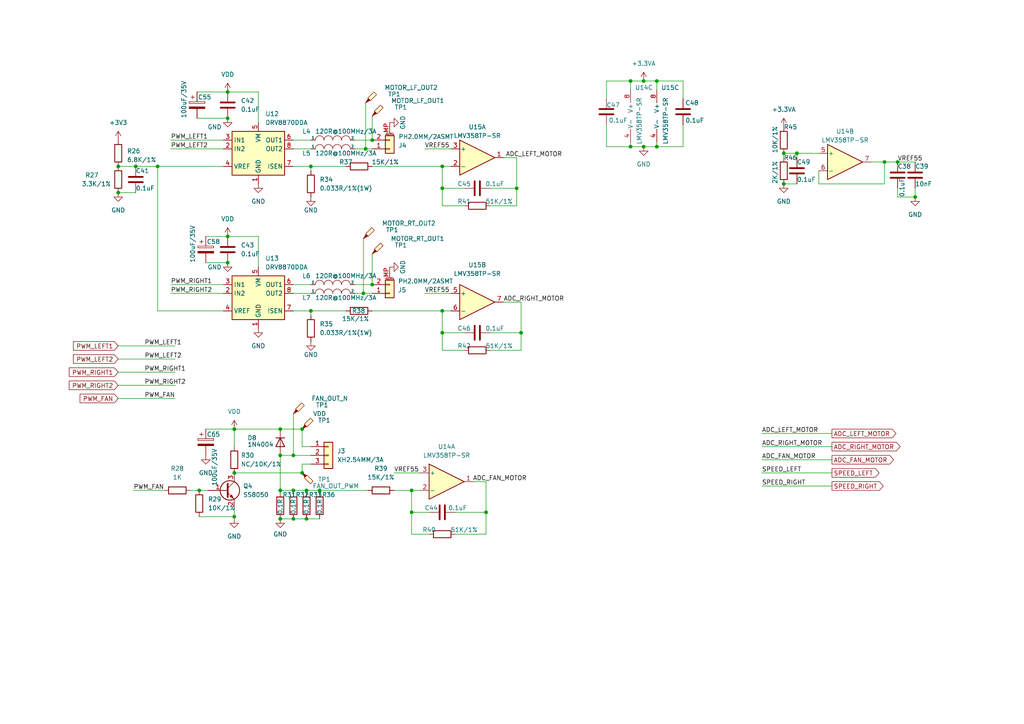
<source format=kicad_sch>
(kicad_sch (version 20230121) (generator eeschema)
  (paper "A4")
  (lib_symbols
    (symbol "Amplifier_Operational:MCP6002-xSN" (pin_names (offset 0.127))
      (property "Reference" "U" (at 0 5.08 0))
      (property "Value" "MCP6002-xSN" (at 0 -5.08 0))
      (symbol "MCP6002-xSN_1_1"
        (polyline (pts (xy -5.08 5.08) (xy 5.08 0) (xy -5.08 -5.08) (xy -5.08 5.08)) (stroke (width 0.254)) (fill (type background)))
        (pin output line (at 7.62 0 180) (length 2.54) (name "~") (number "1"))
        (pin input line (at -7.62 -2.54 0) (length 2.54) (name "-") (number "2"))
        (pin input line (at -7.62 2.54 0) (length 2.54) (name "+") (number "3"))
      )
      (symbol "MCP6002-xSN_2_1"
        (polyline (pts (xy -5.08 5.08) (xy 5.08 0) (xy -5.08 -5.08) (xy -5.08 5.08)) (stroke (width 0.254)) (fill (type background)))
        (pin input line (at -7.62 2.54 0) (length 2.54) (name "+") (number "5"))
        (pin input line (at -7.62 -2.54 0) (length 2.54) (name "-") (number "6"))
        (pin output line (at 7.62 0 180) (length 2.54) (name "~") (number "7"))
      )
      (symbol "MCP6002-xSN_3_1"
        (pin power_in line (at -2.54 -7.62 90) (length 3.81) (name "V-") (number "4"))
        (pin power_in line (at -2.54 7.62 270) (length 3.81) (name "V+") (number "8"))
      )
    )
    (symbol "Connector:TestPoint_Probe" (pin_numbers hide) (pin_names (offset 0.762) hide)
      (property "Reference" "TP" (at 1.651 5.842 0))
      (property "Value" "TestPoint_Probe" (at 1.651 4.064 0))
      (symbol "TestPoint_Probe_0_1"
        (polyline (pts (xy 1.27 0.762) (xy 0 0) (xy 0.762 1.27) (xy 1.27 0.762)) (fill (type outline)))
        (polyline (pts (xy 1.397 0.635) (xy 0.635 1.397) (xy 2.413 3.175) (xy 3.175 2.413) (xy 1.397 0.635)) (fill (type background)))
      )
      (symbol "TestPoint_Probe_1_1"
        (pin passive line (at 0 0 90) (length 0) (name "1") (number "1"))
      )
    )
    (symbol "Connector_Generic:Conn_01x03" (pin_names (offset 1.016) hide)
      (property "Reference" "J" (at 0 5.08 0))
      (property "Value" "Conn_01x03" (at 0 -5.08 0))
      (symbol "Conn_01x03_1_1"
        (rectangle (start -1.27 -2.413) (end 0 -2.667) (stroke (width 0.1524)))
        (rectangle (start -1.27 0.127) (end 0 -0.127) (stroke (width 0.1524)))
        (rectangle (start -1.27 2.667) (end 0 2.413) (stroke (width 0.1524)))
        (rectangle (start -1.27 3.81) (end 1.27 -3.81) (stroke (width 0.254)) (fill (type background)))
        (pin passive line (at -5.08 2.54 0) (length 3.81) (name "Pin_1") (number "1"))
        (pin passive line (at -5.08 0 0) (length 3.81) (name "Pin_2") (number "2"))
        (pin passive line (at -5.08 -2.54 0) (length 3.81) (name "Pin_3") (number "3"))
      )
    )
    (symbol "Connector_Generic_MountingPin:Conn_01x02_MountingPin" (pin_names (offset 1.016) hide)
      (property "Reference" "J" (at 0 2.54 0))
      (property "Value" "Conn_01x02_MountingPin" (at 1.27 -5.08 0))
      (symbol "Conn_01x02_MountingPin_1_1"
        (rectangle (start -1.27 -2.413) (end 0 -2.667) (stroke (width 0.1524)))
        (rectangle (start -1.27 0.127) (end 0 -0.127) (stroke (width 0.1524)))
        (rectangle (start -1.27 1.27) (end 1.27 -3.81) (stroke (width 0.254)) (fill (type background)))
        (polyline (pts (xy -1.016 -4.572) (xy 1.016 -4.572)) (stroke (width 0.1524)))
        (text "Mounting" (at 0 -4.191 0) (effects (font (size 0.381 0.381))))
        (pin passive line (at -5.08 0 0) (length 3.81) (name "Pin_1") (number "1"))
        (pin passive line (at -5.08 -2.54 0) (length 3.81) (name "Pin_2") (number "2"))
        (pin passive line (at 0 -7.62 90) (length 3.048) (name "MountPin") (number "MP"))
      )
    )
    (symbol "Device:C" (pin_numbers hide) (pin_names (offset 0.254))
      (property "Reference" "C" (at 0.635 2.54 0))
      (property "Value" "C" (at 0.635 -2.54 0))
      (symbol "C_0_1"
        (polyline (pts (xy -2.032 -0.762) (xy 2.032 -0.762)) (stroke (width 0.508)))
        (polyline (pts (xy -2.032 0.762) (xy 2.032 0.762)) (stroke (width 0.508)))
      )
      (symbol "C_1_1"
        (pin passive line (at 0 3.81 270) (length 2.794) (name "~") (number "1"))
        (pin passive line (at 0 -3.81 90) (length 2.794) (name "~") (number "2"))
      )
    )
    (symbol "Device:C_Polarized" (pin_numbers hide) (pin_names (offset 0.254))
      (property "Reference" "C" (at 0.635 2.54 0))
      (property "Value" "C_Polarized" (at 0.635 -2.54 0))
      (symbol "C_Polarized_0_1"
        (rectangle (start -2.286 0.508) (end 2.286 1.016))
        (polyline (pts (xy -1.778 2.286) (xy -0.762 2.286)))
        (polyline (pts (xy -1.27 2.794) (xy -1.27 1.778)))
        (rectangle (start 2.286 -0.508) (end -2.286 -1.016) (fill (type outline)))
      )
      (symbol "C_Polarized_1_1"
        (pin passive line (at 0 3.81 270) (length 2.794) (name "~") (number "1"))
        (pin passive line (at 0 -3.81 90) (length 2.794) (name "~") (number "2"))
      )
    )
    (symbol "Device:D" (pin_numbers hide) (pin_names (offset 1.016) hide)
      (property "Reference" "D" (at 0 2.54 0))
      (property "Value" "D" (at 0 -2.54 0))
      (symbol "D_0_1"
        (polyline (pts (xy -1.27 1.27) (xy -1.27 -1.27)) (stroke (width 0.254)))
        (polyline (pts (xy 1.27 0) (xy -1.27 0)))
        (polyline (pts (xy 1.27 1.27) (xy 1.27 -1.27) (xy -1.27 0) (xy 1.27 1.27)) (stroke (width 0.254)))
      )
      (symbol "D_1_1"
        (pin passive line (at -3.81 0 0) (length 2.54) (name "K") (number "1"))
        (pin passive line (at 3.81 0 180) (length 2.54) (name "A") (number "2"))
      )
    )
    (symbol "Device:Q_NPN_BEC" (pin_names (offset 0) hide)
      (property "Reference" "Q" (at 5.08 1.27 0))
      (property "Value" "Q_NPN_BEC" (at 5.08 -1.27 0))
      (symbol "Q_NPN_BEC_0_1"
        (polyline (pts (xy 0.635 0.635) (xy 2.54 2.54)))
        (polyline (pts (xy 0.635 -0.635) (xy 2.54 -2.54) (xy 2.54 -2.54)))
        (polyline (pts (xy 0.635 1.905) (xy 0.635 -1.905) (xy 0.635 -1.905)) (stroke (width 0.508)))
        (polyline (pts (xy 1.27 -1.778) (xy 1.778 -1.27) (xy 2.286 -2.286) (xy 1.27 -1.778) (xy 1.27 -1.778)) (fill (type outline)))
        (circle (center 1.27 0) (radius 2.8194) (stroke (width 0.254)))
      )
      (symbol "Q_NPN_BEC_1_1"
        (pin input line (at -5.08 0 0) (length 5.715) (name "B") (number "1"))
        (pin passive line (at 2.54 -5.08 90) (length 2.54) (name "E") (number "2"))
        (pin passive line (at 2.54 5.08 270) (length 2.54) (name "C") (number "3"))
      )
    )
    (symbol "Device:R" (pin_numbers hide) (pin_names (offset 0))
      (property "Reference" "R" (at 2.032 0 90))
      (property "Value" "R" (at 0 0 90))
      (symbol "R_0_1"
        (rectangle (start -1.016 -2.54) (end 1.016 2.54) (stroke (width 0.254)))
      )
      (symbol "R_1_1"
        (pin passive line (at 0 3.81 270) (length 1.27) (name "~") (number "1"))
        (pin passive line (at 0 -3.81 90) (length 1.27) (name "~") (number "2"))
      )
    )
    (symbol "Driver_Motor:DRV8870DDA"
      (property "Reference" "U" (at -6.35 6.35 0))
      (property "Value" "DRV8870DDA" (at 8.89 6.35 0))
      (symbol "DRV8870DDA_0_1"
        (rectangle (start -7.62 5.08) (end 7.62 -7.62) (stroke (width 0.254)) (fill (type background)))
      )
      (symbol "DRV8870DDA_1_1"
        (pin power_in line (at 0 -10.16 90) (length 2.54) (name "GND") (number "1"))
        (pin input line (at -10.16 0 0) (length 2.54) (name "IN2") (number "2"))
        (pin input line (at -10.16 2.54 0) (length 2.54) (name "IN1") (number "3"))
        (pin input line (at -10.16 -5.08 0) (length 2.54) (name "VREF") (number "4"))
        (pin power_in line (at 0 7.62 270) (length 2.54) (name "VM") (number "5"))
        (pin output line (at 10.16 2.54 180) (length 2.54) (name "OUT1") (number "6"))
        (pin passive line (at 10.16 -5.08 180) (length 2.54) (name "ISEN") (number "7"))
        (pin output line (at 10.16 0 180) (length 2.54) (name "OUT2") (number "8"))
        (pin passive line (at 0 -10.16 90) (length 2.54) hide (name "GND") (number "9"))
      )
    )
    (symbol "power:+3.3VA" (power) (pin_names (offset 0))
      (property "Value" "+3.3VA" (at 0 3.556 0))
      (symbol "+3.3VA_0_1"
        (polyline (pts (xy -0.762 1.27) (xy 0 2.54)))
        (polyline (pts (xy 0 0) (xy 0 2.54)))
        (polyline (pts (xy 0 2.54) (xy 0.762 1.27)))
      )
      (symbol "+3.3VA_1_1"
        (pin power_in line (at 0 0 90) (length 0) hide (name "+3.3VA") (number "1"))
      )
    )
    (symbol "power:+3V3" (power) (pin_names (offset 0))
      (property "Value" "+3V3" (at 0 3.556 0))
      (symbol "+3V3_0_1"
        (polyline (pts (xy -0.762 1.27) (xy 0 2.54)))
        (polyline (pts (xy 0 0) (xy 0 2.54)))
        (polyline (pts (xy 0 2.54) (xy 0.762 1.27)))
      )
      (symbol "+3V3_1_1"
        (pin power_in line (at 0 0 90) (length 0) hide (name "+3V3") (number "1"))
      )
    )
    (symbol "power:GND" (power) (pin_names (offset 0))
      (property "Value" "GND" (at 0 -3.81 0))
      (symbol "GND_0_1"
        (polyline (pts (xy 0 0) (xy 0 -1.27) (xy 1.27 -1.27) (xy 0 -2.54) (xy -1.27 -1.27) (xy 0 -1.27)))
      )
      (symbol "GND_1_1"
        (pin power_in line (at 0 0 270) (length 0) hide (name "GND") (number "1"))
      )
    )
    (symbol "power:VDD" (power) (pin_names (offset 0))
      (property "Value" "VDD" (at 0 3.81 0))
      (symbol "VDD_0_1"
        (polyline (pts (xy -0.762 1.27) (xy 0 2.54)))
        (polyline (pts (xy 0 0) (xy 0 2.54)))
        (polyline (pts (xy 0 2.54) (xy 0.762 1.27)))
      )
      (symbol "VDD_1_1"
        (pin power_in line (at 0 0 90) (length 0) hide (name "VDD") (number "1"))
      )
    )
    (symbol "pspice:INDUCTOR" (pin_numbers hide) (pin_names (offset 0))
      (property "Reference" "L" (at 0 2.54 0))
      (property "Value" "INDUCTOR" (at 0 -1.27 0))
      (symbol "INDUCTOR_0_1"
        (arc (start -2.54 0) (mid -3.81 1.2645) (end -5.08 0))
        (arc (start 0 0) (mid -1.27 1.2645) (end -2.54 0))
        (arc (start 2.54 0) (mid 1.27 1.2645) (end 0 0))
        (arc (start 5.08 0) (mid 3.81 1.2645) (end 2.54 0))
      )
      (symbol "INDUCTOR_1_1"
        (pin input line (at -6.35 0 0) (length 1.27) (name "1") (number "1"))
        (pin input line (at 6.35 0 180) (length 1.27) (name "2") (number "2"))
      )
    )
  )
  (junction (at 39.37 48.26))
  (junction (at 90.17 48.26))
  (junction (at 128.27 90.17))
  (junction (at 66.04 68.58))
  (junction (at 140.97 148.59))
  (junction (at 88.9 150.495))
  (junction (at 186.69 23.495))
  (junction (at 128.27 54.61))
  (junction (at 88.9 142.24))
  (junction (at 256.54 46.99))
  (junction (at 85.09 150.495))
  (junction (at 45.72 48.26))
  (junction (at 81.28 150.495))
  (junction (at 149.86 54.61))
  (junction (at 87.63 137.16))
  (junction (at 119.38 148.59))
  (junction (at 85.09 142.24))
  (junction (at 67.945 137.16))
  (junction (at 105.41 85.09))
  (junction (at 182.88 23.495))
  (junction (at 81.28 124.46))
  (junction (at 67.945 149.86))
  (junction (at 57.785 142.24))
  (junction (at 107.95 40.64))
  (junction (at 190.5 42.545))
  (junction (at 151.13 96.52))
  (junction (at 67.945 124.46))
  (junction (at 34.29 48.26))
  (junction (at 231.14 44.45))
  (junction (at 119.38 142.24))
  (junction (at 265.43 57.15))
  (junction (at 107.95 82.55))
  (junction (at 227.33 53.34))
  (junction (at 227.33 44.45))
  (junction (at 87.63 124.46))
  (junction (at 128.27 96.52))
  (junction (at 260.35 46.99))
  (junction (at 81.28 132.08))
  (junction (at 34.29 55.88))
  (junction (at 85.09 132.08))
  (junction (at 182.88 42.545))
  (junction (at 186.69 42.545))
  (junction (at 90.17 90.17))
  (junction (at 92.71 142.24))
  (junction (at 190.5 23.495))
  (junction (at 106.045 43.18))
  (junction (at 81.28 142.24))
  (junction (at 128.27 48.26))
  (junction (at 66.04 76.2))
  (junction (at 66.04 26.67))
  (junction (at 66.04 34.29))
  (wire (pts (xy 87.63 137.16) (xy 87.63 134.62)))
  (wire (pts (xy 85.09 142.24) (xy 85.09 142.875)))
  (wire (pts (xy 220.98 133.35) (xy 241.3 133.35)))
  (wire (pts (xy 128.27 59.69) (xy 128.27 54.61)))
  (wire (pts (xy 119.38 142.24) (xy 119.38 148.59)))
  (wire (pts (xy 132.08 154.94) (xy 140.97 154.94)))
  (wire (pts (xy 85.09 132.08) (xy 90.17 132.08)))
  (wire (pts (xy 64.77 90.17) (xy 45.72 90.17)))
  (wire (pts (xy 88.9 142.24) (xy 92.71 142.24)))
  (wire (pts (xy 119.38 148.59) (xy 124.46 148.59)))
  (wire (pts (xy 87.63 124.46) (xy 81.28 124.46)))
  (wire (pts (xy 102.87 43.18) (xy 106.045 43.18)))
  (wire (pts (xy 107.95 33.655) (xy 107.95 40.64)))
  (wire (pts (xy 149.86 45.72) (xy 146.05 45.72)))
  (wire (pts (xy 92.71 142.24) (xy 106.68 142.24)))
  (wire (pts (xy 260.35 57.15) (xy 265.43 57.15)))
  (wire (pts (xy 175.895 36.195) (xy 175.895 42.545)))
  (wire (pts (xy 265.43 54.61) (xy 265.43 57.15)))
  (wire (pts (xy 59.69 124.46) (xy 67.945 124.46)))
  (wire (pts (xy 107.95 90.17) (xy 128.27 90.17)))
  (wire (pts (xy 49.53 40.64) (xy 64.77 40.64)))
  (wire (pts (xy 114.3 137.16) (xy 121.92 137.16)))
  (wire (pts (xy 182.88 23.495) (xy 186.69 23.495)))
  (wire (pts (xy 260.35 54.61) (xy 260.35 57.15)))
  (wire (pts (xy 142.24 54.61) (xy 149.86 54.61)))
  (wire (pts (xy 140.97 139.7) (xy 137.16 139.7)))
  (wire (pts (xy 105.41 69.215) (xy 105.41 85.09)))
  (wire (pts (xy 66.04 26.67) (xy 74.93 26.67)))
  (wire (pts (xy 132.08 148.59) (xy 140.97 148.59)))
  (wire (pts (xy 74.93 68.58) (xy 74.93 77.47)))
  (wire (pts (xy 220.98 129.54) (xy 241.3 129.54)))
  (wire (pts (xy 128.27 90.17) (xy 130.81 90.17)))
  (wire (pts (xy 34.29 55.88) (xy 39.37 55.88)))
  (wire (pts (xy 85.09 85.09) (xy 90.17 85.09)))
  (wire (pts (xy 149.86 59.69) (xy 149.86 54.61)))
  (wire (pts (xy 256.54 46.99) (xy 260.35 46.99)))
  (wire (pts (xy 45.72 48.26) (xy 45.72 90.17)))
  (wire (pts (xy 182.88 23.495) (xy 182.88 26.035)))
  (wire (pts (xy 87.63 129.54) (xy 87.63 124.46)))
  (wire (pts (xy 107.95 73.66) (xy 107.95 82.55)))
  (wire (pts (xy 198.12 23.495) (xy 190.5 23.495)))
  (wire (pts (xy 175.895 42.545) (xy 182.88 42.545)))
  (wire (pts (xy 49.53 43.18) (xy 64.77 43.18)))
  (wire (pts (xy 85.09 142.24) (xy 88.9 142.24)))
  (wire (pts (xy 39.37 48.26) (xy 45.72 48.26)))
  (wire (pts (xy 106.045 43.18) (xy 107.95 43.18)))
  (wire (pts (xy 85.09 43.18) (xy 90.17 43.18)))
  (wire (pts (xy 134.62 59.69) (xy 128.27 59.69)))
  (wire (pts (xy 123.19 85.09) (xy 130.81 85.09)))
  (wire (pts (xy 142.24 101.6) (xy 151.13 101.6)))
  (wire (pts (xy 67.945 147.32) (xy 67.945 149.86)))
  (wire (pts (xy 237.49 53.34) (xy 256.54 53.34)))
  (wire (pts (xy 124.46 154.94) (xy 119.38 154.94)))
  (wire (pts (xy 190.5 42.545) (xy 198.12 42.545)))
  (wire (pts (xy 81.28 150.495) (xy 85.09 150.495)))
  (wire (pts (xy 186.69 23.495) (xy 190.5 23.495)))
  (wire (pts (xy 74.93 26.67) (xy 74.93 35.56)))
  (wire (pts (xy 128.27 101.6) (xy 128.27 96.52)))
  (wire (pts (xy 67.945 124.46) (xy 67.945 129.54)))
  (wire (pts (xy 220.98 125.73) (xy 241.3 125.73)))
  (wire (pts (xy 175.895 23.495) (xy 182.88 23.495)))
  (wire (pts (xy 190.5 42.545) (xy 186.69 42.545)))
  (wire (pts (xy 190.5 41.275) (xy 190.5 42.545)))
  (wire (pts (xy 88.9 142.24) (xy 88.9 142.875)))
  (wire (pts (xy 123.19 43.18) (xy 130.81 43.18)))
  (wire (pts (xy 102.87 82.55) (xy 107.95 82.55)))
  (wire (pts (xy 151.13 87.63) (xy 146.05 87.63)))
  (wire (pts (xy 85.09 40.64) (xy 90.17 40.64)))
  (wire (pts (xy 81.28 142.24) (xy 85.09 142.24)))
  (wire (pts (xy 34.29 104.14) (xy 50.8 104.14)))
  (wire (pts (xy 198.12 42.545) (xy 198.12 36.195)))
  (wire (pts (xy 90.17 48.26) (xy 100.33 48.26)))
  (wire (pts (xy 237.49 49.53) (xy 237.49 53.34)))
  (wire (pts (xy 90.17 49.53) (xy 90.17 48.26)))
  (wire (pts (xy 151.13 101.6) (xy 151.13 96.52)))
  (wire (pts (xy 182.88 42.545) (xy 182.88 41.275)))
  (wire (pts (xy 190.5 26.035) (xy 190.5 23.495)))
  (wire (pts (xy 128.27 48.26) (xy 128.27 54.61)))
  (wire (pts (xy 128.27 96.52) (xy 134.62 96.52)))
  (wire (pts (xy 87.63 134.62) (xy 90.17 134.62)))
  (wire (pts (xy 57.15 26.67) (xy 66.04 26.67)))
  (wire (pts (xy 90.17 91.44) (xy 90.17 90.17)))
  (wire (pts (xy 81.28 142.24) (xy 81.28 142.875)))
  (wire (pts (xy 57.785 149.86) (xy 67.945 149.86)))
  (wire (pts (xy 85.09 48.26) (xy 90.17 48.26)))
  (wire (pts (xy 256.54 53.34) (xy 256.54 46.99)))
  (wire (pts (xy 231.14 44.45) (xy 231.14 45.72)))
  (wire (pts (xy 227.33 53.34) (xy 231.14 53.34)))
  (wire (pts (xy 140.97 154.94) (xy 140.97 148.59)))
  (wire (pts (xy 81.28 132.08) (xy 85.09 132.08)))
  (wire (pts (xy 59.69 68.58) (xy 66.04 68.58)))
  (wire (pts (xy 142.24 59.69) (xy 149.86 59.69)))
  (wire (pts (xy 34.29 100.33) (xy 50.8 100.33)))
  (wire (pts (xy 88.9 150.495) (xy 92.71 150.495)))
  (wire (pts (xy 256.54 46.99) (xy 252.73 46.99)))
  (wire (pts (xy 45.72 48.26) (xy 64.77 48.26)))
  (wire (pts (xy 149.86 54.61) (xy 149.86 45.72)))
  (wire (pts (xy 260.35 46.99) (xy 265.43 46.99)))
  (wire (pts (xy 227.33 45.72) (xy 227.33 44.45)))
  (wire (pts (xy 85.09 150.495) (xy 88.9 150.495)))
  (wire (pts (xy 85.09 90.17) (xy 90.17 90.17)))
  (wire (pts (xy 57.15 34.29) (xy 66.04 34.29)))
  (wire (pts (xy 49.53 82.55) (xy 64.77 82.55)))
  (wire (pts (xy 128.27 48.26) (xy 130.81 48.26)))
  (wire (pts (xy 119.38 148.59) (xy 119.38 154.94)))
  (wire (pts (xy 90.17 90.17) (xy 100.33 90.17)))
  (wire (pts (xy 57.785 142.24) (xy 60.325 142.24)))
  (wire (pts (xy 151.13 96.52) (xy 151.13 87.63)))
  (wire (pts (xy 220.98 137.16) (xy 241.3 137.16)))
  (wire (pts (xy 142.24 96.52) (xy 151.13 96.52)))
  (wire (pts (xy 105.41 85.09) (xy 107.95 85.09)))
  (wire (pts (xy 34.29 111.76) (xy 50.8 111.76)))
  (wire (pts (xy 140.97 148.59) (xy 140.97 139.7)))
  (wire (pts (xy 34.29 107.95) (xy 50.8 107.95)))
  (wire (pts (xy 102.87 40.64) (xy 107.95 40.64)))
  (wire (pts (xy 106.045 29.845) (xy 106.045 43.18)))
  (wire (pts (xy 231.14 44.45) (xy 237.49 44.45)))
  (wire (pts (xy 87.63 129.54) (xy 90.17 129.54)))
  (wire (pts (xy 34.29 115.57) (xy 50.8 115.57)))
  (wire (pts (xy 175.895 28.575) (xy 175.895 23.495)))
  (wire (pts (xy 34.29 48.26) (xy 39.37 48.26)))
  (wire (pts (xy 38.735 142.24) (xy 47.625 142.24)))
  (wire (pts (xy 85.09 120.015) (xy 85.09 132.08)))
  (wire (pts (xy 67.945 150.495) (xy 67.945 149.86)))
  (wire (pts (xy 119.38 142.24) (xy 121.92 142.24)))
  (wire (pts (xy 92.71 142.24) (xy 92.71 142.875)))
  (wire (pts (xy 220.98 140.97) (xy 241.3 140.97)))
  (wire (pts (xy 186.69 42.545) (xy 182.88 42.545)))
  (wire (pts (xy 134.62 101.6) (xy 128.27 101.6)))
  (wire (pts (xy 85.09 82.55) (xy 90.17 82.55)))
  (wire (pts (xy 134.62 54.61) (xy 128.27 54.61)))
  (wire (pts (xy 81.28 132.08) (xy 81.28 142.24)))
  (wire (pts (xy 107.95 48.26) (xy 128.27 48.26)))
  (wire (pts (xy 59.69 76.2) (xy 66.04 76.2)))
  (wire (pts (xy 66.04 68.58) (xy 74.93 68.58)))
  (wire (pts (xy 114.3 142.24) (xy 119.38 142.24)))
  (wire (pts (xy 55.245 142.24) (xy 57.785 142.24)))
  (wire (pts (xy 67.945 137.16) (xy 87.63 137.16)))
  (wire (pts (xy 67.945 124.46) (xy 81.28 124.46)))
  (wire (pts (xy 128.27 90.17) (xy 128.27 96.52)))
  (wire (pts (xy 102.87 85.09) (xy 105.41 85.09)))
  (wire (pts (xy 198.12 28.575) (xy 198.12 23.495)))
  (wire (pts (xy 49.53 85.09) (xy 64.77 85.09)))
  (wire (pts (xy 227.33 44.45) (xy 231.14 44.45)))
  (label "VREF55" (at 114.3 137.16 0))
  (label "ADC_RIGHT_MOTOR" (at 146.05 87.63 0))
  (label "VREF55" (at 123.19 43.18 0))
  (label "ADC_FAN_MOTOR" (at 137.16 139.7 0))
  (label "PWM_LEFT2" (at 41.91 104.14 0))
  (label "ADC_RIGHT_MOTOR" (at 220.98 129.54 0))
  (label "SPEED_LEFT" (at 220.98 137.16 0))
  (label "VREF55" (at 260.35 46.99 0))
  (label "VREF55" (at 123.19 85.09 0))
  (label "PWM_FAN" (at 41.91 115.57 0))
  (label "SPEED_RIGHT" (at 220.98 140.97 0))
  (label "PWM_LEFT1" (at 49.53 40.64 0))
  (label "PWM_RIGHT2" (at 41.91 111.76 0))
  (label "ADC_FAN_MOTOR" (at 220.98 133.35 0))
  (label "PWM_RIGHT1" (at 49.53 82.55 0))
  (label "PWM_LEFT1" (at 41.91 100.33 0))
  (label "PWM_LEFT2" (at 49.53 43.18 0))
  (label "ADC_LEFT_MOTOR" (at 146.685 45.72 0))
  (label "PWM_RIGHT1" (at 41.91 107.95 0))
  (label "PWM_RIGHT2" (at 49.53 85.09 0))
  (label "PWM_FAN" (at 38.735 142.24 0))
  (label "ADC_LEFT_MOTOR" (at 220.98 125.73 0))
  (global_label "PWM_FAN" (shape input) (at 34.29 115.57 180) (property "Intersheetrefs" "${INTERSHEET_REFS}" (effects hide)))
  (global_label "ADC_FAN_MOTOR" (shape output) (at 241.3 133.35 0) (property "Intersheetrefs" "${INTERSHEET_REFS}" (effects hide)))
  (global_label "PWM_RIGHT2" (shape input) (at 34.29 111.76 180) (property "Intersheetrefs" "${INTERSHEET_REFS}" (effects hide)))
  (global_label "ADC_LEFT_MOTOR" (shape output) (at 241.3 125.73 0) (property "Intersheetrefs" "${INTERSHEET_REFS}" (effects hide)))
  (global_label "PWM_LEFT2" (shape input) (at 34.29 104.14 180) (property "Intersheetrefs" "${INTERSHEET_REFS}" (effects hide)))
  (global_label "ADC_RIGHT_MOTOR" (shape output) (at 241.3 129.54 0) (property "Intersheetrefs" "${INTERSHEET_REFS}" (effects hide)))
  (global_label "SPEED_LEFT" (shape output) (at 241.3 137.16 0) (property "Intersheetrefs" "${INTERSHEET_REFS}" (effects hide)))
  (global_label "PWM_RIGHT1" (shape input) (at 34.29 107.95 180) (property "Intersheetrefs" "${INTERSHEET_REFS}" (effects hide)))
  (global_label "SPEED_RIGHT" (shape output) (at 241.3 140.97 0) (property "Intersheetrefs" "${INTERSHEET_REFS}" (effects hide)))
  (global_label "PWM_LEFT1" (shape input) (at 34.29 100.33 180) (property "Intersheetrefs" "${INTERSHEET_REFS}" (effects hide)))
  (symbol (lib_id "Device:C") (at 66.04 72.39 0) (unit 1)
    (property "Reference" "C43" (at 69.85 71.1199 0) (effects (justify left)))
    (property "Value" "0.1uF" (at 69.85 73.6599 0) (effects (justify left)))
    (property "Footprint" "Capacitor_SMD:C_0603_1608Metric" (effects hide))
  )
  (symbol (lib_id "Device:C") (at 138.43 96.52 90) (unit 1)
    (property "Reference" "C46" (at 134.62 95.25 90))
    (property "Value" "0.1uF" (at 143.51 95.25 90))
    (property "Footprint" "Capacitor_SMD:C_0603_1608Metric" (effects hide))
  )
  (symbol (lib_id "Device:C") (at 231.14 49.53 0) (unit 1)
    (property "Reference" "C49" (at 231.14 46.99 0) (effects (justify left)))
    (property "Value" "0.1uF" (at 231.14 52.07 0) (effects (justify left)))
    (property "Footprint" "Capacitor_SMD:C_0603_1608Metric" (effects hide))
  )
  (symbol (lib_id "Amplifier_Operational:MCP6002-xSN") (at 138.43 45.72 0) (unit 1)
    (property "Reference" "U15" (at 138.43 36.83 0))
    (property "Value" "LMV358TP-SR" (at 138.43 39.37 0))
    (property "Footprint" "Package_SO:SOIC-8_3.9x4.9mm_P1.27mm" (effects hide))
    (property "Datasheet" "http://ww1.microchip.com/downloads/en/DeviceDoc/21733j.pdf" (effects hide))
  )
  (symbol (lib_id "Device:R") (at 57.785 146.05 180) (unit 1)
    (property "Reference" "R29" (at 60.325 144.7799 0) (effects (justify right)))
    (property "Value" "10K/1%" (at 60.325 147.3199 0) (effects (justify right)))
    (property "Footprint" "Resistor_SMD:R_0603_1608Metric" (effects hide))
  )
  (symbol (lib_id "Device:C") (at 175.895 32.385 0) (unit 1)
    (property "Reference" "C47" (at 175.895 30.48 0) (effects (justify left)))
    (property "Value" "0.1uF" (at 176.53 34.925 0) (effects (justify left)))
    (property "Footprint" "Capacitor_SMD:C_0603_1608Metric" (effects hide))
  )
  (symbol (lib_id "Connector_Generic_MountingPin:Conn_01x02_MountingPin") (at 113.03 43.18 0) (mirror x) (unit 1)
    (property "Reference" "J4" (at 115.57 42.1894 0) (effects (justify left)))
    (property "Value" "PH2.0MM/2ASMT" (at 115.57 39.6494 0) (effects (justify left)))
    (property "Footprint" "Ovo_Connector_JST:JST_PH_B2B-PH-SM4-TB_1x02-1MP_P2.00mm_Vertical" (effects hide))
  )
  (symbol (lib_id "Device:R") (at 227.33 49.53 0) (unit 1)
    (property "Reference" "R46" (at 227.33 45.72 0) (effects (justify left)))
    (property "Value" "2K/1%" (at 224.79 53.34 90) (effects (justify left)))
    (property "Footprint" "Resistor_SMD:R_0603_1608Metric" (effects hide))
  )
  (symbol (lib_id "Connector:TestPoint_Probe") (at 107.95 73.66 0) (unit 1)
    (property "Reference" "TP1" (at 118.11 71.12 0) (effects (justify right)))
    (property "Value" "MOTOR_RT_OUT1" (at 128.905 69.215 0) (effects (justify right)))
    (property "Footprint" "TestPoint:TestPoint_Pad_D1.5mm" (effects hide))
    (instances (project "cleanrobot-square-main" (path "" (reference "TP1") (unit 1)) (path "" (reference "TP10") (unit 1)) (path "" (reference "TP14") (unit 1)) (path "" (reference "TP31") (unit 1))))
  )
  (symbol (lib_id "power:GND") (at 74.93 53.34 0) (unit 1)
    (property "Reference" "#PWR0161" (effects hide))
    (property "Value" "GND" (at 74.93 58.42 0))
  )
  (symbol (lib_id "Device:R") (at 110.49 142.24 90) (unit 1)
    (property "Reference" "R39" (at 110.49 135.89 90))
    (property "Value" "15K/1%" (at 110.49 138.43 90))
    (property "Footprint" "Resistor_SMD:R_0603_1608Metric" (effects hide))
  )
  (symbol (lib_id "Device:R") (at 90.17 95.25 0) (unit 1)
    (property "Reference" "R35" (at 92.71 93.9799 0) (effects (justify left)))
    (property "Value" "0.033R/1%(1W)" (at 92.71 96.5199 0) (effects (justify left)))
    (property "Footprint" "Resistor_SMD:R_1206_3216Metric" (effects hide))
  )
  (symbol (lib_id "Connector:TestPoint_Probe") (at 106.045 29.845 0) (unit 1)
    (property "Reference" "TP1" (at 116.205 27.305 0) (effects (justify right)))
    (property "Value" "MOTOR_LF_OUT2" (at 127 25.4 0) (effects (justify right)))
    (property "Footprint" "TestPoint:TestPoint_Pad_D1.5mm" (effects hide))
    (instances (project "cleanrobot-square-main" (path "" (reference "TP1") (unit 1)) (path "" (reference "TP10") (unit 1)) (path "" (reference "TP14") (unit 1)) (path "" (reference "TP30") (unit 1))))
  )
  (symbol (lib_id "Amplifier_Operational:MCP6002-xSN") (at 138.43 87.63 0) (unit 2)
    (property "Reference" "U15" (at 138.43 76.835 0))
    (property "Value" "LMV358TP-SR" (at 138.43 79.375 0))
    (property "Footprint" "Package_SO:SOIC-8_3.9x4.9mm_P1.27mm" (effects hide))
    (property "Datasheet" "http://ww1.microchip.com/downloads/en/DeviceDoc/21733j.pdf" (effects hide))
  )
  (symbol (lib_id "power:GND") (at 67.945 150.495 0) (unit 1)
    (property "Reference" "#PWR0164" (effects hide))
    (property "Value" "GND" (at 67.945 155.575 0))
  )
  (symbol (lib_id "Driver_Motor:DRV8870DDA") (at 74.93 85.09 0) (unit 1)
    (property "Reference" "U13" (at 76.9494 74.93 0) (effects (justify left)))
    (property "Value" "DRV8870DDA" (at 76.9494 77.47 0) (effects (justify left)))
    (property "Footprint" "Package_SO:Texas_HTSOP-8-1EP_3.9x4.9mm_P1.27mm_EP2.95x4.9mm_Mask2.4x3.1mm_ThermalVias" (effects hide))
    (property "Datasheet" "http://www.ti.com/lit/ds/symlink/drv8870.pdf" (effects hide))
  )
  (symbol (lib_id "Connector_Generic_MountingPin:Conn_01x02_MountingPin") (at 113.03 85.09 0) (mirror x) (unit 1)
    (property "Reference" "J5" (at 115.443 84.0994 0) (effects (justify left)))
    (property "Value" "PH2.0MM/2ASMT" (at 115.443 81.5594 0) (effects (justify left)))
    (property "Footprint" "Ovo_Connector_JST:JST_PH_B2B-PH-SM4-TB_1x02-1MP_P2.00mm_Vertical" (effects hide))
  )
  (symbol (lib_id "power:+3V3") (at 34.29 40.64 0) (unit 1)
    (property "Reference" "#PWR0183" (effects hide))
    (property "Value" "+3V3" (at 34.29 35.56 0))
  )
  (symbol (lib_id "Amplifier_Operational:MCP6002-xSN") (at 129.54 139.7 0) (unit 1)
    (property "Reference" "U14" (at 129.54 129.54 0))
    (property "Value" "LMV358TP-SR" (at 129.54 132.08 0))
    (property "Footprint" "Package_SO:SOIC-8_3.9x4.9mm_P1.27mm" (effects hide))
    (property "Datasheet" "http://ww1.microchip.com/downloads/en/DeviceDoc/21733j.pdf" (effects hide))
  )
  (symbol (lib_id "power:GND") (at 186.69 42.545 0) (unit 1)
    (property "Reference" "#PWR0169" (effects hide))
    (property "Value" "GND" (at 186.69 47.625 0))
  )
  (symbol (lib_id "power:GND") (at 34.29 55.88 0) (unit 1)
    (property "Reference" "#PWR0184" (effects hide))
    (property "Value" "GND" (at 34.29 60.96 0))
  )
  (symbol (lib_id "Driver_Motor:DRV8870DDA") (at 74.93 43.18 0) (unit 1)
    (property "Reference" "U12" (at 76.9494 33.02 0) (effects (justify left)))
    (property "Value" "DRV8870DDA" (at 76.9494 35.56 0) (effects (justify left)))
    (property "Footprint" "Package_SO:Texas_HTSOP-8-1EP_3.9x4.9mm_P1.27mm_EP2.95x4.9mm_Mask2.4x3.1mm_ThermalVias" (effects hide))
    (property "Datasheet" "http://www.ti.com/lit/ds/symlink/drv8870.pdf" (effects hide))
  )
  (symbol (lib_id "Device:R") (at 104.14 48.26 90) (unit 1)
    (property "Reference" "R37" (at 100.33 46.99 90))
    (property "Value" "15K/1%" (at 111.76 46.99 90))
    (property "Footprint" "Resistor_SMD:R_0603_1608Metric" (effects hide))
  )
  (symbol (lib_id "power:GND") (at 66.04 34.29 0) (unit 1)
    (property "Reference" "#PWR0173" (effects hide))
    (property "Value" "GND" (at 62.23 36.83 0))
  )
  (symbol (lib_id "Device:C_Polarized") (at 57.15 30.48 0) (unit 1)
    (property "Reference" "C55" (at 57.404 28.194 0) (effects (justify left)))
    (property "Value" "100uF/35V" (at 53.34 34.29 90) (effects (justify left)))
    (property "Footprint" "Capacitor_SMD:CP_Elec_6.3x7.7" (effects hide))
  )
  (symbol (lib_id "Connector:TestPoint_Probe") (at 87.63 137.16 270) (unit 1)
    (property "Reference" "TP1" (at 95.885 139.065 90) (effects (justify right)))
    (property "Value" "FAN_OUT_PWM" (at 104.14 140.97 90) (effects (justify right)))
    (property "Footprint" "TestPoint:TestPoint_Pad_D1.5mm" (effects hide))
    (instances (project "cleanrobot-square-main" (path "" (reference "TP1") (unit 1)) (path "" (reference "TP10") (unit 1)) (path "" (reference "TP14") (unit 1)) (path "" (reference "TP35") (unit 1))))
  )
  (symbol (lib_id "Device:R") (at 227.33 40.64 0) (unit 1)
    (property "Reference" "R45" (at 227.33 36.83 0) (effects (justify left)))
    (property "Value" "10K/1%" (at 224.79 44.45 90) (effects (justify left)))
    (property "Footprint" "Resistor_SMD:R_0603_1608Metric" (effects hide))
  )
  (symbol (lib_id "Connector:TestPoint_Probe") (at 85.09 120.015 0) (unit 1)
    (property "Reference" "TP1" (at 95.25 117.475 0) (effects (justify right)))
    (property "Value" "FAN_OUT_N" (at 100.965 115.57 0) (effects (justify right)))
    (property "Footprint" "TestPoint:TestPoint_Pad_D1.5mm" (effects hide))
    (instances (project "cleanrobot-square-main" (path "" (reference "TP1") (unit 1)) (path "" (reference "TP10") (unit 1)) (path "" (reference "TP14") (unit 1)) (path "" (reference "TP34") (unit 1))))
  )
  (symbol (lib_id "power:+3.3VA") (at 227.33 36.83 0) (unit 1)
    (property "Reference" "#PWR0179" (effects hide))
    (property "Value" "+3.3VA" (at 227.33 31.75 0))
  )
  (symbol (lib_id "Connector_Generic:Conn_01x03") (at 95.25 132.08 0) (unit 1)
    (property "Reference" "J3" (at 97.79 130.8099 0) (effects (justify left)))
    (property "Value" "XH2.54MM/3A" (at 97.79 133.3499 0) (effects (justify left)))
    (property "Footprint" "Connector_JST:JST_XH_B3B-XH-A_1x03_P2.50mm_Vertical" (effects hide))
  )
  (symbol (lib_id "power:GND") (at 90.17 57.15 0) (unit 1)
    (property "Reference" "#PWR0172" (effects hide))
    (property "Value" "GND" (at 90.17 60.96 0))
  )
  (symbol (lib_id "Device:C") (at 138.43 54.61 90) (unit 1)
    (property "Reference" "C45" (at 134.62 53.34 90))
    (property "Value" "0.1uF" (at 143.51 53.34 90))
    (property "Footprint" "Capacitor_SMD:C_0603_1608Metric" (effects hide))
  )
  (symbol (lib_id "Device:R") (at 128.27 154.94 90) (unit 1)
    (property "Reference" "R40" (at 124.46 153.67 90))
    (property "Value" "51K/1%" (at 134.62 153.67 90))
    (property "Footprint" "Resistor_SMD:R_0603_1608Metric" (effects hide))
  )
  (symbol (lib_id "Device:C") (at 66.04 30.48 0) (unit 1)
    (property "Reference" "C42" (at 69.85 29.2099 0) (effects (justify left)))
    (property "Value" "0.1uF" (at 69.85 31.7499 0) (effects (justify left)))
    (property "Footprint" "Capacitor_SMD:C_0603_1608Metric" (effects hide))
  )
  (symbol (lib_id "Device:R") (at 138.43 59.69 90) (unit 1)
    (property "Reference" "R41" (at 134.62 58.42 90))
    (property "Value" "51K/1%" (at 144.78 58.42 90))
    (property "Footprint" "Resistor_SMD:R_0603_1608Metric" (effects hide))
  )
  (symbol (lib_id "Amplifier_Operational:MCP6002-xSN") (at 193.04 33.655 0) (unit 3)
    (property "Reference" "U15" (at 191.77 25.4 0) (effects (justify left)))
    (property "Value" "LMV358TP-SR" (at 193.04 41.91 90) (effects (justify left)))
    (property "Footprint" "Package_SO:SOIC-8_3.9x4.9mm_P1.27mm" (effects hide))
    (property "Datasheet" "http://ww1.microchip.com/downloads/en/DeviceDoc/21733j.pdf" (effects hide))
  )
  (symbol (lib_id "pspice:INDUCTOR") (at 96.52 82.55 0) (unit 1)
    (property "Reference" "L6" (at 88.9 80.01 0))
    (property "Value" "120R@100MHz/3A" (at 100.33 80.01 0))
    (property "Footprint" "Inductor_SMD:L_1206_3216Metric" (effects hide))
  )
  (symbol (lib_id "Device:Q_NPN_BEC") (at 65.405 142.24 0) (unit 1)
    (property "Reference" "Q4" (at 70.485 140.9699 0) (effects (justify left)))
    (property "Value" "SS8050" (at 70.485 143.5099 0) (effects (justify left)))
    (property "Footprint" "Package_TO_SOT_SMD:SOT-23" (effects hide))
  )
  (symbol (lib_id "Device:R") (at 90.17 53.34 0) (unit 1)
    (property "Reference" "R34" (at 92.71 52.0699 0) (effects (justify left)))
    (property "Value" "0.033R/1%(1W)" (at 92.71 54.6099 0) (effects (justify left)))
    (property "Footprint" "Resistor_SMD:R_1206_3216Metric" (effects hide))
  )
  (symbol (lib_id "Device:R") (at 88.9 146.685 0) (unit 1)
    (property "Reference" "R33" (at 89.535 143.51 0) (effects (justify left)))
    (property "Value" "0.1R" (at 88.9 149.225 90) (effects (justify left)))
    (property "Footprint" "Resistor_SMD:R_0805_2012Metric" (effects hide))
  )
  (symbol (lib_id "Connector:TestPoint_Probe") (at 105.41 69.215 0) (unit 1)
    (property "Reference" "TP1" (at 115.57 66.675 0) (effects (justify right)))
    (property "Value" "MOTOR_RT_OUT2" (at 126.365 64.77 0) (effects (justify right)))
    (property "Footprint" "TestPoint:TestPoint_Pad_D1.5mm" (effects hide))
    (instances (project "cleanrobot-square-main" (path "" (reference "TP1") (unit 1)) (path "" (reference "TP10") (unit 1)) (path "" (reference "TP14") (unit 1)) (path "" (reference "TP32") (unit 1))))
  )
  (symbol (lib_id "power:GND") (at 74.93 95.25 0) (unit 1)
    (property "Reference" "#PWR0159" (effects hide))
    (property "Value" "GND" (at 74.93 100.33 0))
  )
  (symbol (lib_id "power:GND") (at 90.17 99.06 0) (unit 1)
    (property "Reference" "#PWR0185" (effects hide))
    (property "Value" "GND" (at 90.17 102.87 0))
  )
  (symbol (lib_id "Device:R") (at 92.71 146.685 0) (unit 1)
    (property "Reference" "R36" (at 93.345 143.51 0) (effects (justify left)))
    (property "Value" "0.1R" (at 92.71 149.225 90) (effects (justify left)))
    (property "Footprint" "Resistor_SMD:R_0805_2012Metric" (effects hide))
  )
  (symbol (lib_id "power:GND") (at 66.04 76.2 0) (unit 1)
    (property "Reference" "#PWR0170" (effects hide))
    (property "Value" "GND" (at 62.23 77.47 0))
  )
  (symbol (lib_id "Device:R") (at 34.29 44.45 0) (unit 1)
    (property "Reference" "R26" (at 36.83 43.815 0) (effects (justify left)))
    (property "Value" "6.8K/1%" (at 36.83 46.355 0) (effects (justify left)))
    (property "Footprint" "Resistor_SMD:R_0603_1608Metric" (effects hide))
  )
  (symbol (lib_id "Connector:TestPoint_Probe") (at 87.63 124.46 0) (unit 1)
    (property "Reference" "TP1" (at 95.885 121.92 0) (effects (justify right)))
    (property "Value" "VDD" (at 94.615 120.015 0) (effects (justify right)))
    (property "Footprint" "TestPoint:TestPoint_Pad_D1.5mm" (effects hide))
    (instances (project "cleanrobot-square-main" (path "" (reference "TP1") (unit 1)) (path "" (reference "TP10") (unit 1)) (path "" (reference "TP14") (unit 1)) (path "" (reference "TP33") (unit 1))))
  )
  (symbol (lib_id "Device:C") (at 39.37 52.07 0) (unit 1)
    (property "Reference" "C41" (at 39.37 49.53 0) (effects (justify left)))
    (property "Value" "0.1uF" (at 39.37 54.61 0) (effects (justify left)))
    (property "Footprint" "Capacitor_SMD:C_0603_1608Metric" (effects hide))
  )
  (symbol (lib_id "power:+3.3VA") (at 186.69 23.495 0) (unit 1)
    (property "Reference" "#PWR0168" (effects hide))
    (property "Value" "+3.3VA" (at 186.69 18.415 0))
  )
  (symbol (lib_id "Amplifier_Operational:MCP6002-xSN") (at 245.11 46.99 0) (unit 2)
    (property "Reference" "U14" (at 245.11 38.1 0))
    (property "Value" "LMV358TP-SR" (at 245.11 40.64 0))
    (property "Footprint" "Package_SO:SOIC-8_3.9x4.9mm_P1.27mm" (effects hide))
    (property "Datasheet" "http://ww1.microchip.com/downloads/en/DeviceDoc/21733j.pdf" (effects hide))
  )
  (symbol (lib_id "Device:C_Polarized") (at 59.69 128.27 0) (unit 1)
    (property "Reference" "C65" (at 59.944 125.984 0) (effects (justify left)))
    (property "Value" "100uF/35V" (at 62.23 140.97 90) (effects (justify left)))
    (property "Footprint" "Capacitor_SMD:CP_Elec_6.3x7.7" (effects hide))
  )
  (symbol (lib_id "pspice:INDUCTOR") (at 96.52 85.09 0) (unit 1)
    (property "Reference" "L7" (at 88.9 86.36 0))
    (property "Value" "120R@100MHz/3A" (at 100.33 86.36 0))
    (property "Footprint" "Inductor_SMD:L_1206_3216Metric" (effects hide))
  )
  (symbol (lib_id "Device:R") (at 34.29 52.07 0) (unit 1)
    (property "Reference" "R27" (at 26.67 50.8 0))
    (property "Value" "3.3K/1%" (at 27.94 53.34 0))
    (property "Footprint" "Resistor_SMD:R_0603_1608Metric" (effects hide))
  )
  (symbol (lib_id "power:GND") (at 59.69 132.08 0) (unit 1)
    (property "Reference" "#PWR0165" (effects hide))
    (property "Value" "GND" (at 59.69 137.16 0))
  )
  (symbol (lib_id "Device:C") (at 198.12 32.385 0) (unit 1)
    (property "Reference" "C48" (at 198.755 29.845 0) (effects (justify left)))
    (property "Value" "0.1uF" (at 198.755 34.925 0) (effects (justify left)))
    (property "Footprint" "Capacitor_SMD:C_0603_1608Metric" (effects hide))
  )
  (symbol (lib_id "Device:C") (at 265.43 50.8 0) (unit 1)
    (property "Reference" "C39" (at 265.43 48.26 0) (effects (justify left)))
    (property "Value" "10nF" (at 265.43 53.34 0) (effects (justify left)))
    (property "Footprint" "Capacitor_SMD:C_0603_1608Metric" (effects hide))
  )
  (symbol (lib_id "pspice:INDUCTOR") (at 96.52 40.64 0) (unit 1)
    (property "Reference" "L4" (at 88.9 38.1 0))
    (property "Value" "120R@100MHz/3A" (at 100.33 38.1 0))
    (property "Footprint" "Inductor_SMD:L_1206_3216Metric" (effects hide))
  )
  (symbol (lib_id "Connector:TestPoint_Probe") (at 107.95 33.655 0) (unit 1)
    (property "Reference" "TP1" (at 118.11 31.115 0) (effects (justify right)))
    (property "Value" "MOTOR_LF_OUT1" (at 128.905 29.21 0) (effects (justify right)))
    (property "Footprint" "TestPoint:TestPoint_Pad_D1.5mm" (effects hide))
    (instances (project "cleanrobot-square-main" (path "" (reference "TP1") (unit 1)) (path "" (reference "TP10") (unit 1)) (path "" (reference "TP14") (unit 1)) (path "" (reference "TP29") (unit 1))))
  )
  (symbol (lib_id "power:GND") (at 113.03 35.56 90) (unit 1)
    (property "Reference" "#PWR021" (effects hide))
    (property "Value" "GND" (at 116.84 35.56 0))
  )
  (symbol (lib_id "Device:C") (at 260.35 50.8 0) (unit 1)
    (property "Reference" "C38" (at 260.35 48.26 0) (effects (justify left)))
    (property "Value" "0.1uF" (at 261.62 57.15 90) (effects (justify left)))
    (property "Footprint" "Capacitor_SMD:C_0603_1608Metric" (effects hide))
  )
  (symbol (lib_id "pspice:INDUCTOR") (at 96.52 43.18 0) (unit 1)
    (property "Reference" "L5" (at 88.9 44.45 0))
    (property "Value" "120R@100MHz/3A" (at 100.33 44.45 0))
    (property "Footprint" "Inductor_SMD:L_1206_3216Metric" (effects hide))
  )
  (symbol (lib_id "Device:R") (at 85.09 146.685 0) (unit 1)
    (property "Reference" "R32" (at 85.725 143.51 0) (effects (justify left)))
    (property "Value" "0.1R" (at 85.09 149.225 90) (effects (justify left)))
    (property "Footprint" "Resistor_SMD:R_0805_2012Metric" (effects hide))
  )
  (symbol (lib_id "power:VDD") (at 67.945 124.46 0) (unit 1)
    (property "Reference" "#PWR0167" (effects hide))
    (property "Value" "VDD" (at 67.945 119.38 0))
  )
  (symbol (lib_id "power:GND") (at 113.03 77.47 90) (unit 1)
    (property "Reference" "#PWR022" (effects hide))
    (property "Value" "GND" (at 116.84 77.47 0))
  )
  (symbol (lib_id "Device:R") (at 51.435 142.24 90) (unit 1)
    (property "Reference" "R28" (at 51.435 135.89 90))
    (property "Value" "1K" (at 51.435 138.43 90))
    (property "Footprint" "Resistor_SMD:R_0603_1608Metric" (effects hide))
  )
  (symbol (lib_id "Amplifier_Operational:MCP6002-xSN") (at 185.42 33.655 0) (unit 3)
    (property "Reference" "U14" (at 184.15 25.4 0) (effects (justify left)))
    (property "Value" "LMV358TP-SR" (at 185.42 41.91 90) (effects (justify left)))
    (property "Footprint" "Package_SO:SOIC-8_3.9x4.9mm_P1.27mm" (effects hide))
    (property "Datasheet" "http://ww1.microchip.com/downloads/en/DeviceDoc/21733j.pdf" (effects hide))
  )
  (symbol (lib_id "Device:R") (at 104.14 90.17 90) (unit 1)
    (property "Reference" "R38" (at 104.013 90.17 90))
    (property "Value" "15K/1%" (at 103.124 92.456 90))
    (property "Footprint" "Resistor_SMD:R_0603_1608Metric" (effects hide))
  )
  (symbol (lib_id "power:VDD") (at 66.04 68.58 0) (unit 1)
    (property "Reference" "#PWR0171" (effects hide))
    (property "Value" "VDD" (at 66.04 63.5 0))
  )
  (symbol (lib_id "power:GND") (at 227.33 53.34 0) (unit 1)
    (property "Reference" "#PWR0175" (effects hide))
    (property "Value" "GND" (at 227.33 58.42 0))
  )
  (symbol (lib_id "Device:C") (at 128.27 148.59 90) (unit 1)
    (property "Reference" "C44" (at 125.095 147.32 90))
    (property "Value" "0.1uF" (at 132.715 147.32 90))
    (property "Footprint" "Capacitor_SMD:C_0603_1608Metric" (effects hide))
  )
  (symbol (lib_id "Device:R") (at 67.945 133.35 0) (mirror y) (unit 1)
    (property "Reference" "R30" (at 69.85 132.0799 0) (effects (justify right)))
    (property "Value" "NC/10K/1%" (at 69.85 134.6199 0) (effects (justify right)))
    (property "Footprint" "Resistor_SMD:R_0603_1608Metric" (effects hide))
  )
  (symbol (lib_id "power:GND") (at 265.43 57.15 0) (unit 1)
    (property "Reference" "#PWR01" (effects hide))
    (property "Value" "GND" (at 265.43 62.23 0))
  )
  (symbol (lib_id "Device:R") (at 138.43 101.6 90) (unit 1)
    (property "Reference" "R42" (at 134.62 100.33 90))
    (property "Value" "51K/1%" (at 144.78 100.33 90))
    (property "Footprint" "Resistor_SMD:R_0603_1608Metric" (effects hide))
  )
  (symbol (lib_id "Device:R") (at 81.28 146.685 0) (unit 1)
    (property "Reference" "R31" (at 81.915 143.51 0) (effects (justify left)))
    (property "Value" "0.1R" (at 81.28 149.225 90) (effects (justify left)))
    (property "Footprint" "Resistor_SMD:R_0805_2012Metric" (effects hide))
  )
  (symbol (lib_id "power:GND") (at 81.28 150.495 0) (unit 1)
    (property "Reference" "#PWR0166" (effects hide))
    (property "Value" "GND" (at 81.28 154.94 0))
  )
  (symbol (lib_id "Device:C_Polarized") (at 59.69 72.39 0) (unit 1)
    (property "Reference" "C58" (at 59.944 70.104 0) (effects (justify left)))
    (property "Value" "100uF/35V" (at 55.88 76.2 90) (effects (justify left)))
    (property "Footprint" "Capacitor_SMD:CP_Elec_6.3x7.7" (effects hide))
  )
  (symbol (lib_id "Device:D") (at 81.28 128.27 270) (unit 1)
    (property "Reference" "D8" (at 71.755 127 90) (effects (justify left)))
    (property "Value" "1N4004" (at 71.755 128.905 90) (effects (justify left)))
    (property "Footprint" "Diode_SMD:D_SMA" (effects hide))
  )
  (symbol (lib_id "power:VDD") (at 66.04 26.67 0) (unit 1)
    (property "Reference" "#PWR0174" (effects hide))
    (property "Value" "VDD" (at 66.04 21.59 0))
  )
)
</source>
